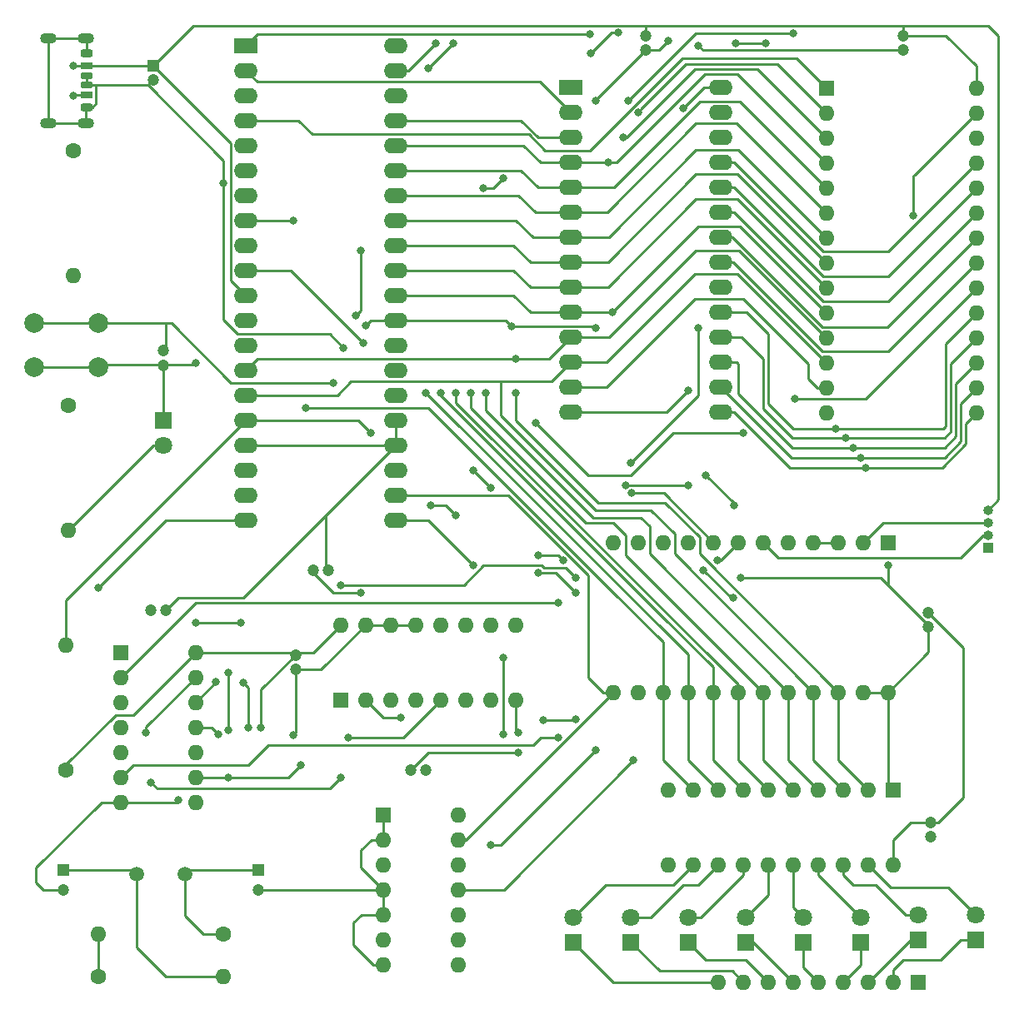
<source format=gtl>
%TF.GenerationSoftware,KiCad,Pcbnew,7.0.8*%
%TF.CreationDate,2023-10-09T18:20:10+02:00*%
%TF.ProjectId,Z80_SBC,5a38305f-5342-4432-9e6b-696361645f70,rev?*%
%TF.SameCoordinates,Original*%
%TF.FileFunction,Copper,L1,Top*%
%TF.FilePolarity,Positive*%
%FSLAX46Y46*%
G04 Gerber Fmt 4.6, Leading zero omitted, Abs format (unit mm)*
G04 Created by KiCad (PCBNEW 7.0.8) date 2023-10-09 18:20:10*
%MOMM*%
%LPD*%
G01*
G04 APERTURE LIST*
G04 Aperture macros list*
%AMRoundRect*
0 Rectangle with rounded corners*
0 $1 Rounding radius*
0 $2 $3 $4 $5 $6 $7 $8 $9 X,Y pos of 4 corners*
0 Add a 4 corners polygon primitive as box body*
4,1,4,$2,$3,$4,$5,$6,$7,$8,$9,$2,$3,0*
0 Add four circle primitives for the rounded corners*
1,1,$1+$1,$2,$3*
1,1,$1+$1,$4,$5*
1,1,$1+$1,$6,$7*
1,1,$1+$1,$8,$9*
0 Add four rect primitives between the rounded corners*
20,1,$1+$1,$2,$3,$4,$5,0*
20,1,$1+$1,$4,$5,$6,$7,0*
20,1,$1+$1,$6,$7,$8,$9,0*
20,1,$1+$1,$8,$9,$2,$3,0*%
G04 Aperture macros list end*
%TA.AperFunction,ComponentPad*%
%ADD10R,1.800000X1.800000*%
%TD*%
%TA.AperFunction,ComponentPad*%
%ADD11C,1.800000*%
%TD*%
%TA.AperFunction,ComponentPad*%
%ADD12C,1.600000*%
%TD*%
%TA.AperFunction,ComponentPad*%
%ADD13O,1.600000X1.600000*%
%TD*%
%TA.AperFunction,SMDPad,CuDef*%
%ADD14RoundRect,0.175000X-0.425000X0.175000X-0.425000X-0.175000X0.425000X-0.175000X0.425000X0.175000X0*%
%TD*%
%TA.AperFunction,SMDPad,CuDef*%
%ADD15RoundRect,0.190000X0.410000X-0.190000X0.410000X0.190000X-0.410000X0.190000X-0.410000X-0.190000X0*%
%TD*%
%TA.AperFunction,SMDPad,CuDef*%
%ADD16RoundRect,0.200000X0.400000X-0.200000X0.400000X0.200000X-0.400000X0.200000X-0.400000X-0.200000X0*%
%TD*%
%TA.AperFunction,SMDPad,CuDef*%
%ADD17RoundRect,0.175000X0.425000X-0.175000X0.425000X0.175000X-0.425000X0.175000X-0.425000X-0.175000X0*%
%TD*%
%TA.AperFunction,SMDPad,CuDef*%
%ADD18RoundRect,0.190000X-0.410000X0.190000X-0.410000X-0.190000X0.410000X-0.190000X0.410000X0.190000X0*%
%TD*%
%TA.AperFunction,SMDPad,CuDef*%
%ADD19RoundRect,0.200000X-0.400000X0.200000X-0.400000X-0.200000X0.400000X-0.200000X0.400000X0.200000X0*%
%TD*%
%TA.AperFunction,ComponentPad*%
%ADD20O,1.700000X1.100000*%
%TD*%
%TA.AperFunction,ComponentPad*%
%ADD21C,1.200000*%
%TD*%
%TA.AperFunction,ComponentPad*%
%ADD22R,2.400000X1.600000*%
%TD*%
%TA.AperFunction,ComponentPad*%
%ADD23O,2.400000X1.600000*%
%TD*%
%TA.AperFunction,ComponentPad*%
%ADD24R,1.600000X1.600000*%
%TD*%
%TA.AperFunction,ComponentPad*%
%ADD25R,1.200000X1.200000*%
%TD*%
%TA.AperFunction,ComponentPad*%
%ADD26R,1.000000X1.000000*%
%TD*%
%TA.AperFunction,ComponentPad*%
%ADD27O,1.000000X1.000000*%
%TD*%
%TA.AperFunction,ComponentPad*%
%ADD28C,1.500000*%
%TD*%
%TA.AperFunction,ComponentPad*%
%ADD29C,2.000000*%
%TD*%
%TA.AperFunction,ViaPad*%
%ADD30C,0.800000*%
%TD*%
%TA.AperFunction,Conductor*%
%ADD31C,0.250000*%
%TD*%
G04 APERTURE END LIST*
D10*
%TO.P,D8,1,K*%
%TO.N,Net-(D8-K)*%
X195306000Y-131059000D03*
D11*
%TO.P,D8,2,A*%
%TO.N,Net-(D8-A)*%
X195306000Y-128519000D03*
%TD*%
D10*
%TO.P,D7,1,K*%
%TO.N,Net-(D7-K)*%
X189464000Y-131059000D03*
D11*
%TO.P,D7,2,A*%
%TO.N,Net-(D7-A)*%
X189464000Y-128519000D03*
%TD*%
D12*
%TO.P,R4,1*%
%TO.N,5V*%
X102850000Y-113787000D03*
D13*
%TO.P,R4,2*%
%TO.N,~{INT}*%
X102850000Y-101087000D03*
%TD*%
D10*
%TO.P,D3,1,K*%
%TO.N,Net-(D3-K)*%
X166096000Y-131313000D03*
D11*
%TO.P,D3,2,A*%
%TO.N,Net-(D3-A)*%
X166096000Y-128773000D03*
%TD*%
D14*
%TO.P,J1,A5,CC1*%
%TO.N,GND*%
X104914000Y-43183000D03*
D15*
%TO.P,J1,A9,VBUS*%
%TO.N,5V*%
X104914000Y-45203000D03*
D16*
%TO.P,J1,A12,GND*%
%TO.N,GND*%
X104914000Y-46433000D03*
D17*
%TO.P,J1,B5,CC2*%
X104914000Y-44183000D03*
D18*
%TO.P,J1,B9,VBUS*%
%TO.N,5V*%
X104914000Y-42163000D03*
D19*
%TO.P,J1,B12,GND*%
%TO.N,GND*%
X104914000Y-40933000D03*
D20*
%TO.P,J1,S1,SHIELD*%
X104834000Y-39363000D03*
X101034000Y-39363000D03*
X104834000Y-48003000D03*
X101034000Y-48003000D03*
%TD*%
D12*
%TO.P,R5,1*%
%TO.N,5V*%
X103124000Y-76708000D03*
D13*
%TO.P,R5,2*%
%TO.N,Net-(D9-A)*%
X103124000Y-89408000D03*
%TD*%
D21*
%TO.P,C4,1*%
%TO.N,5V*%
X129516000Y-93472000D03*
%TO.P,C4,2*%
%TO.N,GND*%
X128016000Y-93472000D03*
%TD*%
D22*
%TO.P,U1,1,A11*%
%TO.N,/Address11*%
X121158000Y-40132000D03*
D23*
%TO.P,U1,2,A12*%
%TO.N,/Address12*%
X121158000Y-42672000D03*
%TO.P,U1,3,A13*%
%TO.N,A13*%
X121158000Y-45212000D03*
%TO.P,U1,4,A14*%
%TO.N,A14*%
X121158000Y-47752000D03*
%TO.P,U1,5,A15*%
%TO.N,/Address15*%
X121158000Y-50292000D03*
%TO.P,U1,6,~{CLK}*%
%TO.N,CLK*%
X121158000Y-52832000D03*
%TO.P,U1,7,D4*%
%TO.N,/Data4*%
X121158000Y-55372000D03*
%TO.P,U1,8,D3*%
%TO.N,/Data3*%
X121158000Y-57912000D03*
%TO.P,U1,9,D5*%
%TO.N,/Data5*%
X121158000Y-60452000D03*
%TO.P,U1,10,D6*%
%TO.N,/Data6*%
X121158000Y-62992000D03*
%TO.P,U1,11,VCC*%
%TO.N,5V*%
X121158000Y-65532000D03*
%TO.P,U1,12,D2*%
%TO.N,/Data2*%
X121158000Y-68072000D03*
%TO.P,U1,13,D7*%
%TO.N,/Data7*%
X121158000Y-70612000D03*
%TO.P,U1,14,D0*%
%TO.N,/Data0*%
X121158000Y-73152000D03*
%TO.P,U1,15,D1*%
%TO.N,/Data1*%
X121158000Y-75692000D03*
%TO.P,U1,16,~{INT}*%
%TO.N,~{INT}*%
X121158000Y-78232000D03*
%TO.P,U1,17,~{NMI}*%
%TO.N,5V*%
X121158000Y-80772000D03*
%TO.P,U1,18,~{HALT}*%
%TO.N,unconnected-(U1-~{HALT}-Pad18)*%
X121158000Y-83312000D03*
%TO.P,U1,19,~{MREQ}*%
%TO.N,~{MREQ}*%
X121158000Y-85852000D03*
%TO.P,U1,20,~{IORQ}*%
%TO.N,~{I{slash}O}*%
X121158000Y-88392000D03*
%TO.P,U1,21,~{RD}*%
%TO.N,~{RD}*%
X136398000Y-88392000D03*
%TO.P,U1,22,~{WR}*%
%TO.N,~{WR}*%
X136398000Y-85852000D03*
%TO.P,U1,23,~{BUSACK}*%
%TO.N,unconnected-(U1-~{BUSACK}-Pad23)*%
X136398000Y-83312000D03*
%TO.P,U1,24,~{WAIT}*%
%TO.N,5V*%
X136398000Y-80772000D03*
%TO.P,U1,25,~{BUSRQ}*%
X136398000Y-78232000D03*
%TO.P,U1,26,~{RESET}*%
%TO.N,Net-(U1-~{RESET})*%
X136398000Y-75692000D03*
%TO.P,U1,27,~{M1}*%
%TO.N,~{M1}*%
X136398000Y-73152000D03*
%TO.P,U1,28,~{RFSH}*%
%TO.N,unconnected-(U1-~{RFSH}-Pad28)*%
X136398000Y-70612000D03*
%TO.P,U1,29,GND*%
%TO.N,GND*%
X136398000Y-68072000D03*
%TO.P,U1,30,A0*%
%TO.N,A0*%
X136398000Y-65532000D03*
%TO.P,U1,31,A1*%
%TO.N,/Address1*%
X136398000Y-62992000D03*
%TO.P,U1,32,A2*%
%TO.N,/Address2*%
X136398000Y-60452000D03*
%TO.P,U1,33,A3*%
%TO.N,/Address3*%
X136398000Y-57912000D03*
%TO.P,U1,34,A4*%
%TO.N,/Address4*%
X136398000Y-55372000D03*
%TO.P,U1,35,A5*%
%TO.N,/Address5*%
X136398000Y-52832000D03*
%TO.P,U1,36,A6*%
%TO.N,A6*%
X136398000Y-50292000D03*
%TO.P,U1,37,A7*%
%TO.N,A7*%
X136398000Y-47752000D03*
%TO.P,U1,38,A8*%
%TO.N,/Address8*%
X136398000Y-45212000D03*
%TO.P,U1,39,A9*%
%TO.N,/Address9*%
X136398000Y-42672000D03*
%TO.P,U1,40,A10*%
%TO.N,/Address10*%
X136398000Y-40132000D03*
%TD*%
D24*
%TO.P,U4,1*%
%TO.N,/Address15*%
X108438000Y-101849000D03*
D13*
%TO.P,U4,2*%
%TO.N,Net-(U2-~{CS})*%
X108438000Y-104389000D03*
%TO.P,U4,3*%
%TO.N,~{I{slash}O}*%
X108438000Y-106929000D03*
%TO.P,U4,4*%
%TO.N,Net-(U6-E)*%
X108438000Y-109469000D03*
%TO.P,U4,5*%
%TO.N,Net-(U5A-O1)*%
X108438000Y-112009000D03*
%TO.P,U4,6*%
%TO.N,Net-(U7-Load)*%
X108438000Y-114549000D03*
%TO.P,U4,7,GND*%
%TO.N,GND*%
X108438000Y-117089000D03*
%TO.P,U4,8*%
%TO.N,unconnected-(U4-Pad8)*%
X116058000Y-117089000D03*
%TO.P,U4,9*%
%TO.N,GND*%
X116058000Y-114549000D03*
%TO.P,U4,10*%
%TO.N,Net-(R1-Pad1)*%
X116058000Y-112009000D03*
%TO.P,U4,11*%
%TO.N,Net-(C2-Pad1)*%
X116058000Y-109469000D03*
%TO.P,U4,12*%
%TO.N,CLK*%
X116058000Y-106929000D03*
%TO.P,U4,13*%
%TO.N,Net-(R1-Pad1)*%
X116058000Y-104389000D03*
%TO.P,U4,14,VCC*%
%TO.N,5V*%
X116058000Y-101849000D03*
%TD*%
D21*
%TO.P,C5,1*%
%TO.N,5V*%
X139424000Y-113787000D03*
%TO.P,C5,2*%
%TO.N,GND*%
X137924000Y-113787000D03*
%TD*%
D25*
%TO.P,C1,1*%
%TO.N,Net-(C1-Pad1)*%
X102596000Y-123975401D03*
D21*
%TO.P,C1,2*%
%TO.N,GND*%
X102596000Y-125975401D03*
%TD*%
%TO.P,C11,1*%
%TO.N,5V*%
X161798000Y-39128000D03*
%TO.P,C11,2*%
%TO.N,GND*%
X161798000Y-40628000D03*
%TD*%
D26*
%TO.P,J2,1,Pin_1*%
%TO.N,GND*%
X196576000Y-91181000D03*
D27*
%TO.P,J2,2,Pin_2*%
%TO.N,TX*%
X196576000Y-89911000D03*
%TO.P,J2,3,Pin_3*%
%TO.N,RX*%
X196576000Y-88641000D03*
%TO.P,J2,4,Pin_4*%
%TO.N,5V*%
X196576000Y-87371000D03*
%TD*%
D28*
%TO.P,Y1,1,1*%
%TO.N,Net-(C2-Pad1)*%
X114952000Y-124440000D03*
%TO.P,Y1,2,2*%
%TO.N,Net-(C1-Pad1)*%
X110052000Y-124440000D03*
%TD*%
D22*
%TO.P,U3,1,RDY/~{BSY}*%
%TO.N,unconnected-(U3-RDY{slash}~{BSY}-Pad1)*%
X154142000Y-44388000D03*
D23*
%TO.P,U3,2,A12*%
%TO.N,/Address12*%
X154142000Y-46928000D03*
%TO.P,U3,3,A7*%
%TO.N,A7*%
X154142000Y-49468000D03*
%TO.P,U3,4,A6*%
%TO.N,A6*%
X154142000Y-52008000D03*
%TO.P,U3,5,A5*%
%TO.N,/Address5*%
X154142000Y-54548000D03*
%TO.P,U3,6,A4*%
%TO.N,/Address4*%
X154142000Y-57088000D03*
%TO.P,U3,7,A3*%
%TO.N,/Address3*%
X154142000Y-59628000D03*
%TO.P,U3,8,A2*%
%TO.N,/Address2*%
X154142000Y-62168000D03*
%TO.P,U3,9,A1*%
%TO.N,/Address1*%
X154142000Y-64708000D03*
%TO.P,U3,10,A0*%
%TO.N,A0*%
X154142000Y-67248000D03*
%TO.P,U3,11,D0*%
%TO.N,/Data0*%
X154142000Y-69788000D03*
%TO.P,U3,12,D1*%
%TO.N,/Data1*%
X154142000Y-72328000D03*
%TO.P,U3,13,D2*%
%TO.N,/Data2*%
X154142000Y-74868000D03*
%TO.P,U3,14,GND*%
%TO.N,GND*%
X154142000Y-77408000D03*
%TO.P,U3,15,D3*%
%TO.N,/Data3*%
X169382000Y-77408000D03*
%TO.P,U3,16,D4*%
%TO.N,/Data4*%
X169382000Y-74868000D03*
%TO.P,U3,17,D5*%
%TO.N,/Data5*%
X169382000Y-72328000D03*
%TO.P,U3,18,D6*%
%TO.N,/Data6*%
X169382000Y-69788000D03*
%TO.P,U3,19,D7*%
%TO.N,/Data7*%
X169382000Y-67248000D03*
%TO.P,U3,20,~{CE}*%
%TO.N,ROM*%
X169382000Y-64708000D03*
%TO.P,U3,21,A10*%
%TO.N,/Address10*%
X169382000Y-62168000D03*
%TO.P,U3,22,~{OE}*%
%TO.N,~{MEMRD}*%
X169382000Y-59628000D03*
%TO.P,U3,23,A11*%
%TO.N,/Address11*%
X169382000Y-57088000D03*
%TO.P,U3,24,A9*%
%TO.N,/Address9*%
X169382000Y-54548000D03*
%TO.P,U3,25,A8*%
%TO.N,/Address8*%
X169382000Y-52008000D03*
%TO.P,U3,26,NC*%
%TO.N,unconnected-(U3-NC-Pad26)*%
X169382000Y-49468000D03*
%TO.P,U3,27,~{WE}*%
%TO.N,5V*%
X169382000Y-46928000D03*
%TO.P,U3,28,VCC*%
X169382000Y-44388000D03*
%TD*%
D10*
%TO.P,D2,1,K*%
%TO.N,Net-(D2-K)*%
X160254000Y-131313000D03*
D11*
%TO.P,D2,2,A*%
%TO.N,Net-(D2-A)*%
X160254000Y-128773000D03*
%TD*%
D24*
%TO.P,U8,1*%
%TO.N,GND*%
X135118000Y-118359000D03*
D13*
%TO.P,U8,2*%
X135118000Y-120899000D03*
%TO.P,U8,3*%
%TO.N,unconnected-(U8-Pad3)*%
X135118000Y-123439000D03*
%TO.P,U8,4*%
%TO.N,GND*%
X135118000Y-125979000D03*
%TO.P,U8,5*%
X135118000Y-128519000D03*
%TO.P,U8,6*%
%TO.N,unconnected-(U8-Pad6)*%
X135118000Y-131059000D03*
%TO.P,U8,7,GND*%
%TO.N,GND*%
X135118000Y-133599000D03*
%TO.P,U8,8*%
%TO.N,~{MEMRD}*%
X142738000Y-133599000D03*
%TO.P,U8,9*%
%TO.N,~{RD}*%
X142738000Y-131059000D03*
%TO.P,U8,10*%
%TO.N,~{MREQ}*%
X142738000Y-128519000D03*
%TO.P,U8,11*%
%TO.N,~{MEMWR}*%
X142738000Y-125979000D03*
%TO.P,U8,12*%
%TO.N,~{MREQ}*%
X142738000Y-123439000D03*
%TO.P,U8,13*%
%TO.N,~{WR}*%
X142738000Y-120899000D03*
%TO.P,U8,14,VCC*%
%TO.N,5V*%
X142738000Y-118359000D03*
%TD*%
D12*
%TO.P,R1,1*%
%TO.N,Net-(R1-Pad1)*%
X106152000Y-134854000D03*
D13*
%TO.P,R1,2*%
%TO.N,Net-(C1-Pad1)*%
X118852000Y-134854000D03*
%TD*%
D24*
%TO.P,RN1,1,common*%
%TO.N,GND*%
X189464000Y-135377000D03*
D13*
%TO.P,RN1,2,R1*%
%TO.N,Net-(D8-K)*%
X186924000Y-135377000D03*
%TO.P,RN1,3,R2*%
%TO.N,Net-(D7-K)*%
X184384000Y-135377000D03*
%TO.P,RN1,4,R3*%
%TO.N,Net-(D6-K)*%
X181844000Y-135377000D03*
%TO.P,RN1,5,R4*%
%TO.N,Net-(D5-K)*%
X179304000Y-135377000D03*
%TO.P,RN1,6,R5*%
%TO.N,Net-(D4-K)*%
X176764000Y-135377000D03*
%TO.P,RN1,7,R6*%
%TO.N,Net-(D3-K)*%
X174224000Y-135377000D03*
%TO.P,RN1,8,R7*%
%TO.N,Net-(D2-K)*%
X171684000Y-135377000D03*
%TO.P,RN1,9,R8*%
%TO.N,Net-(D1-K)*%
X169144000Y-135377000D03*
%TD*%
D25*
%TO.P,C3,1*%
%TO.N,5V*%
X111760000Y-42164000D03*
D21*
%TO.P,C3,2*%
%TO.N,GND*%
X111760000Y-43664000D03*
%TD*%
D29*
%TO.P,SW1,1,1*%
%TO.N,GND*%
X106120000Y-72862000D03*
X99620000Y-72862000D03*
%TO.P,SW1,2,2*%
%TO.N,Net-(U1-~{RESET})*%
X106120000Y-68362000D03*
X99620000Y-68362000D03*
%TD*%
D21*
%TO.P,C7,1*%
%TO.N,5V*%
X126218000Y-102115000D03*
%TO.P,C7,2*%
%TO.N,GND*%
X126218000Y-103615000D03*
%TD*%
D10*
%TO.P,D1,1,K*%
%TO.N,Net-(D1-K)*%
X154432000Y-131323000D03*
D11*
%TO.P,D1,2,A*%
%TO.N,Net-(D1-A)*%
X154432000Y-128783000D03*
%TD*%
D12*
%TO.P,R3,1*%
%TO.N,5V*%
X103632000Y-50800000D03*
D13*
%TO.P,R3,2*%
%TO.N,Net-(U1-~{RESET})*%
X103632000Y-63500000D03*
%TD*%
D24*
%TO.P,U6,1,VSS*%
%TO.N,GND*%
X186416000Y-90673000D03*
D13*
%TO.P,U6,2,Rx_Data*%
%TO.N,RX*%
X183876000Y-90673000D03*
%TO.P,U6,3,Rx_CLK*%
%TO.N,CLK*%
X181336000Y-90673000D03*
%TO.P,U6,4,Tx_CLK*%
X178796000Y-90673000D03*
%TO.P,U6,5,~{RTS}*%
%TO.N,unconnected-(U6-~{RTS}-Pad5)*%
X176256000Y-90673000D03*
%TO.P,U6,6,Tx_Data*%
%TO.N,TX*%
X173716000Y-90673000D03*
%TO.P,U6,7,~{IRQ}*%
%TO.N,~{INT}*%
X171176000Y-90673000D03*
%TO.P,U6,8,CS0*%
%TO.N,~{M1}*%
X168636000Y-90673000D03*
%TO.P,U6,9,CS2*%
%TO.N,A7*%
X166096000Y-90673000D03*
%TO.P,U6,10,CS1*%
%TO.N,A6*%
X163556000Y-90673000D03*
%TO.P,U6,11,RS*%
%TO.N,A0*%
X161016000Y-90673000D03*
%TO.P,U6,12,VCC*%
%TO.N,5V*%
X158476000Y-90673000D03*
%TO.P,U6,13,R/~{W}*%
%TO.N,~{WR}*%
X158476000Y-105913000D03*
%TO.P,U6,14,E*%
%TO.N,Net-(U6-E)*%
X161016000Y-105913000D03*
%TO.P,U6,15,D7*%
%TO.N,/Data7*%
X163556000Y-105913000D03*
%TO.P,U6,16,D6*%
%TO.N,/Data6*%
X166096000Y-105913000D03*
%TO.P,U6,17,D5*%
%TO.N,/Data5*%
X168636000Y-105913000D03*
%TO.P,U6,18,D4*%
%TO.N,/Data4*%
X171176000Y-105913000D03*
%TO.P,U6,19,D3*%
%TO.N,/Data3*%
X173716000Y-105913000D03*
%TO.P,U6,20,D2*%
%TO.N,/Data2*%
X176256000Y-105913000D03*
%TO.P,U6,21,D1*%
%TO.N,/Data1*%
X178796000Y-105913000D03*
%TO.P,U6,22,D0*%
%TO.N,/Data0*%
X181336000Y-105913000D03*
%TO.P,U6,23,~{DCD}*%
%TO.N,GND*%
X183876000Y-105913000D03*
%TO.P,U6,24,~{CTS}*%
X186416000Y-105913000D03*
%TD*%
D24*
%TO.P,U7,1,OE*%
%TO.N,GND*%
X186924000Y-115819000D03*
D13*
%TO.P,U7,2,D0*%
%TO.N,/Data0*%
X184384000Y-115819000D03*
%TO.P,U7,3,D1*%
%TO.N,/Data1*%
X181844000Y-115819000D03*
%TO.P,U7,4,D2*%
%TO.N,/Data2*%
X179304000Y-115819000D03*
%TO.P,U7,5,D3*%
%TO.N,/Data3*%
X176764000Y-115819000D03*
%TO.P,U7,6,D4*%
%TO.N,/Data4*%
X174224000Y-115819000D03*
%TO.P,U7,7,D5*%
%TO.N,/Data5*%
X171684000Y-115819000D03*
%TO.P,U7,8,D6*%
%TO.N,/Data6*%
X169144000Y-115819000D03*
%TO.P,U7,9,D7*%
%TO.N,/Data7*%
X166604000Y-115819000D03*
%TO.P,U7,10,GND*%
%TO.N,GND*%
X164064000Y-115819000D03*
%TO.P,U7,11,Load*%
%TO.N,Net-(U7-Load)*%
X164064000Y-123439000D03*
%TO.P,U7,12,Q7*%
%TO.N,Net-(D1-A)*%
X166604000Y-123439000D03*
%TO.P,U7,13,Q6*%
%TO.N,Net-(D2-A)*%
X169144000Y-123439000D03*
%TO.P,U7,14,Q5*%
%TO.N,Net-(D3-A)*%
X171684000Y-123439000D03*
%TO.P,U7,15,Q4*%
%TO.N,Net-(D4-A)*%
X174224000Y-123439000D03*
%TO.P,U7,16,Q3*%
%TO.N,Net-(D5-A)*%
X176764000Y-123439000D03*
%TO.P,U7,17,Q2*%
%TO.N,Net-(D6-A)*%
X179304000Y-123439000D03*
%TO.P,U7,18,Q1*%
%TO.N,Net-(D7-A)*%
X181844000Y-123439000D03*
%TO.P,U7,19,Q0*%
%TO.N,Net-(D8-A)*%
X184384000Y-123439000D03*
%TO.P,U7,20,VCC*%
%TO.N,5V*%
X186924000Y-123439000D03*
%TD*%
D24*
%TO.P,U5,1,E*%
%TO.N,/Address15*%
X130790000Y-106675000D03*
D13*
%TO.P,U5,2,A0*%
%TO.N,A13*%
X133330000Y-106675000D03*
%TO.P,U5,3,A1*%
%TO.N,A14*%
X135870000Y-106675000D03*
%TO.P,U5,4,O0*%
%TO.N,ROM*%
X138410000Y-106675000D03*
%TO.P,U5,5,O1*%
%TO.N,Net-(U5A-O1)*%
X140950000Y-106675000D03*
%TO.P,U5,6,O2*%
%TO.N,unconnected-(U5A-O2-Pad6)*%
X143490000Y-106675000D03*
%TO.P,U5,7,O3*%
%TO.N,unconnected-(U5A-O3-Pad7)*%
X146030000Y-106675000D03*
%TO.P,U5,8,GND*%
%TO.N,GND*%
X148570000Y-106675000D03*
%TO.P,U5,9,O3*%
%TO.N,unconnected-(U5B-O3-Pad9)*%
X148570000Y-99055000D03*
%TO.P,U5,10,O2*%
%TO.N,unconnected-(U5B-O2-Pad10)*%
X146030000Y-99055000D03*
%TO.P,U5,11,O1*%
%TO.N,unconnected-(U5B-O1-Pad11)*%
X143490000Y-99055000D03*
%TO.P,U5,12,O0*%
%TO.N,unconnected-(U5B-O0-Pad12)*%
X140950000Y-99055000D03*
%TO.P,U5,13,A1*%
%TO.N,GND*%
X138410000Y-99055000D03*
%TO.P,U5,14,A0*%
X135870000Y-99055000D03*
%TO.P,U5,15,E*%
X133330000Y-99055000D03*
%TO.P,U5,16,VCC*%
%TO.N,5V*%
X130790000Y-99055000D03*
%TD*%
D25*
%TO.P,C2,1*%
%TO.N,Net-(C2-Pad1)*%
X122408000Y-123975401D03*
D21*
%TO.P,C2,2*%
%TO.N,GND*%
X122408000Y-125975401D03*
%TD*%
%TO.P,C9,1*%
%TO.N,5V*%
X190754000Y-119126000D03*
%TO.P,C9,2*%
%TO.N,GND*%
X190754000Y-120626000D03*
%TD*%
D12*
%TO.P,R2,1*%
%TO.N,Net-(C2-Pad1)*%
X118852000Y-130536000D03*
D13*
%TO.P,R2,2*%
%TO.N,Net-(R1-Pad1)*%
X106152000Y-130536000D03*
%TD*%
D24*
%TO.P,U2,1,A14*%
%TO.N,A14*%
X180142000Y-44468000D03*
D13*
%TO.P,U2,2,A12*%
%TO.N,/Address12*%
X180142000Y-47008000D03*
%TO.P,U2,3,A7*%
%TO.N,A7*%
X180142000Y-49548000D03*
%TO.P,U2,4,A6*%
%TO.N,A6*%
X180142000Y-52088000D03*
%TO.P,U2,5,A5*%
%TO.N,/Address5*%
X180142000Y-54628000D03*
%TO.P,U2,6,A4*%
%TO.N,/Address4*%
X180142000Y-57168000D03*
%TO.P,U2,7,A3*%
%TO.N,/Address3*%
X180142000Y-59708000D03*
%TO.P,U2,8,A2*%
%TO.N,/Address2*%
X180142000Y-62248000D03*
%TO.P,U2,9,A1*%
%TO.N,/Address1*%
X180142000Y-64788000D03*
%TO.P,U2,10,A0*%
%TO.N,A0*%
X180142000Y-67328000D03*
%TO.P,U2,11,Q0*%
%TO.N,/Data0*%
X180142000Y-69868000D03*
%TO.P,U2,12,Q1*%
%TO.N,/Data1*%
X180142000Y-72408000D03*
%TO.P,U2,13,Q2*%
%TO.N,/Data2*%
X180142000Y-74948000D03*
%TO.P,U2,14,GND*%
%TO.N,GND*%
X180142000Y-77488000D03*
%TO.P,U2,15,Q3*%
%TO.N,/Data3*%
X195382000Y-77488000D03*
%TO.P,U2,16,Q4*%
%TO.N,/Data4*%
X195382000Y-74948000D03*
%TO.P,U2,17,Q5*%
%TO.N,/Data5*%
X195382000Y-72408000D03*
%TO.P,U2,18,Q6*%
%TO.N,/Data6*%
X195382000Y-69868000D03*
%TO.P,U2,19,Q7*%
%TO.N,/Data7*%
X195382000Y-67328000D03*
%TO.P,U2,20,~{CS}*%
%TO.N,Net-(U2-~{CS})*%
X195382000Y-64788000D03*
%TO.P,U2,21,A10*%
%TO.N,/Address10*%
X195382000Y-62248000D03*
%TO.P,U2,22,~{OE}*%
%TO.N,~{MEMRD}*%
X195382000Y-59708000D03*
%TO.P,U2,23,A11*%
%TO.N,/Address11*%
X195382000Y-57168000D03*
%TO.P,U2,24,A9*%
%TO.N,/Address9*%
X195382000Y-54628000D03*
%TO.P,U2,25,A8*%
%TO.N,/Address8*%
X195382000Y-52088000D03*
%TO.P,U2,26,A13*%
%TO.N,A13*%
X195382000Y-49548000D03*
%TO.P,U2,27,~{WE}*%
%TO.N,~{MEMWR}*%
X195382000Y-47008000D03*
%TO.P,U2,28,VCC*%
%TO.N,5V*%
X195382000Y-44468000D03*
%TD*%
D10*
%TO.P,D6,1,K*%
%TO.N,Net-(D6-K)*%
X183622000Y-131313000D03*
D11*
%TO.P,D6,2,A*%
%TO.N,Net-(D6-A)*%
X183622000Y-128773000D03*
%TD*%
D21*
%TO.P,C6,1*%
%TO.N,5V*%
X190500000Y-97802000D03*
%TO.P,C6,2*%
%TO.N,GND*%
X190500000Y-99302000D03*
%TD*%
%TO.P,C10,1*%
%TO.N,5V*%
X187960000Y-39116000D03*
%TO.P,C10,2*%
%TO.N,GND*%
X187960000Y-40616000D03*
%TD*%
%TO.P,C8,1*%
%TO.N,5V*%
X112998000Y-97536000D03*
%TO.P,C8,2*%
%TO.N,GND*%
X111498000Y-97536000D03*
%TD*%
%TO.P,C12,1*%
%TO.N,Net-(U1-~{RESET})*%
X112776000Y-71144000D03*
%TO.P,C12,2*%
%TO.N,GND*%
X112776000Y-72644000D03*
%TD*%
D10*
%TO.P,D5,1,K*%
%TO.N,Net-(D5-K)*%
X177780000Y-131313000D03*
D11*
%TO.P,D5,2,A*%
%TO.N,Net-(D5-A)*%
X177780000Y-128773000D03*
%TD*%
D10*
%TO.P,D9,1,K*%
%TO.N,GND*%
X112776000Y-78232000D03*
D11*
%TO.P,D9,2,A*%
%TO.N,Net-(D9-A)*%
X112776000Y-80772000D03*
%TD*%
D10*
%TO.P,D4,1,K*%
%TO.N,Net-(D4-K)*%
X171938000Y-131313000D03*
D11*
%TO.P,D4,2,A*%
%TO.N,Net-(D4-A)*%
X171938000Y-128773000D03*
%TD*%
D30*
%TO.N,5V*%
X103632000Y-42164000D03*
X154686000Y-94234000D03*
X122682000Y-109474000D03*
X103632000Y-45212000D03*
X130810000Y-94996000D03*
X165603701Y-46477701D03*
%TO.N,~{I{slash}O}*%
X106172000Y-95250000D03*
%TO.N,~{RD}*%
X147320000Y-102362000D03*
X147320000Y-110159500D03*
X144272000Y-92964000D03*
%TO.N,Net-(U1-~{RESET})*%
X130048000Y-74422000D03*
%TO.N,Net-(U6-E)*%
X151384000Y-108712000D03*
X154669201Y-108695201D03*
%TO.N,~{INT}*%
X150876000Y-93726000D03*
X139954000Y-86868000D03*
X133858000Y-79502000D03*
X142494000Y-87884000D03*
X169036500Y-92456000D03*
X154686000Y-95758000D03*
%TO.N,~{M1}*%
X153411701Y-92460299D03*
X150876000Y-91948000D03*
X144272000Y-83312000D03*
X146050000Y-85090000D03*
X160320424Y-85667636D03*
%TO.N,A0*%
X158387000Y-67248000D03*
%TO.N,/Data4*%
X183642000Y-82042000D03*
X142494000Y-75438000D03*
%TO.N,/Data3*%
X125984000Y-57912000D03*
X144018000Y-75438000D03*
X184150000Y-83058000D03*
%TO.N,/Data5*%
X140970000Y-75438000D03*
X182880000Y-81026000D03*
%TO.N,/Data6*%
X133096000Y-70358000D03*
X139446000Y-75438000D03*
X182118000Y-80010000D03*
%TO.N,/Data2*%
X132842000Y-60960000D03*
X132334000Y-67564000D03*
X145542000Y-75438000D03*
%TO.N,/Data7*%
X127254000Y-76962000D03*
X181102000Y-79116000D03*
%TO.N,/Data0*%
X148590000Y-72027000D03*
X148590000Y-75438000D03*
%TO.N,/Address11*%
X156101000Y-39007000D03*
%TO.N,/Address12*%
X160961701Y-46923701D03*
%TO.N,A13*%
X176784000Y-38862000D03*
X160020000Y-45720000D03*
X136906000Y-108458000D03*
%TO.N,A6*%
X157918000Y-52008000D03*
%TO.N,A7*%
X159437701Y-49463701D03*
%TO.N,/Address8*%
X139700000Y-42418000D03*
X142240000Y-39878000D03*
%TO.N,/Address9*%
X140462000Y-39878000D03*
%TO.N,/Address10*%
X159004000Y-38824500D03*
X173990000Y-39878000D03*
X156210000Y-40894000D03*
X170942000Y-39878000D03*
%TO.N,GND*%
X170676201Y-96277799D03*
X116078000Y-72390000D03*
X147320000Y-53594000D03*
X171450000Y-94234000D03*
X148165000Y-68663000D03*
X166116000Y-75184000D03*
X133350000Y-68580000D03*
X164084000Y-39624000D03*
X148844000Y-109982000D03*
X167640000Y-93472000D03*
X156718000Y-45720000D03*
X170725000Y-86905000D03*
X114300000Y-116840000D03*
X156718000Y-68834000D03*
X116078000Y-98806000D03*
X126746000Y-113284000D03*
X145288000Y-54610000D03*
X167894000Y-83820000D03*
X119380000Y-114554000D03*
X132842000Y-95758000D03*
X148844000Y-112014000D03*
X186436000Y-92964000D03*
X118867701Y-54097701D03*
X120650000Y-98806000D03*
X167132000Y-40132000D03*
X131064000Y-70866000D03*
X125984000Y-110236000D03*
%TO.N,Net-(U2-~{CS})*%
X152908000Y-96774000D03*
X159766000Y-84836000D03*
X176911000Y-76073000D03*
X166116000Y-84836000D03*
%TO.N,ROM*%
X171704000Y-79502000D03*
X150622000Y-78486000D03*
%TO.N,Net-(C2-Pad1)*%
X118364000Y-110159500D03*
%TO.N,Net-(R1-Pad1)*%
X110998000Y-109982000D03*
%TO.N,CLK*%
X118110000Y-104877000D03*
X156718000Y-111760000D03*
X146050000Y-121412000D03*
X120904000Y-104902000D03*
X121412000Y-109474000D03*
%TO.N,~{MREQ}*%
X119380000Y-103886000D03*
X119380000Y-109728000D03*
%TO.N,~{MEMRD}*%
X167132000Y-68834000D03*
X160274000Y-82550000D03*
%TO.N,~{MEMWR}*%
X188976000Y-57404000D03*
X160528000Y-112776000D03*
%TO.N,Net-(U5A-O1)*%
X131572000Y-110527500D03*
X130810000Y-114554000D03*
X111506000Y-115062000D03*
%TO.N,Net-(U7-Load)*%
X152870012Y-110494390D03*
%TD*%
D31*
%TO.N,5V*%
X197612000Y-86335000D02*
X196576000Y-87371000D01*
X111760000Y-42164000D02*
X119633000Y-50037000D01*
X165603701Y-46477701D02*
X167693402Y-44388000D01*
X104913000Y-42164000D02*
X104914000Y-42163000D01*
X153670000Y-93218000D02*
X151393305Y-93218000D01*
X111759000Y-42163000D02*
X111760000Y-42164000D01*
X194056000Y-116586000D02*
X194056000Y-101358000D01*
X161798000Y-39128000D02*
X161798000Y-38100000D01*
X103641000Y-45203000D02*
X103632000Y-45212000D01*
X187960000Y-39116000D02*
X187960000Y-38100000D01*
X187960000Y-38100000D02*
X196596000Y-38100000D01*
X119633000Y-64007000D02*
X121158000Y-65532000D01*
X116058000Y-101849000D02*
X127996000Y-101849000D01*
X167693402Y-44388000D02*
X169382000Y-44388000D01*
X104914000Y-45203000D02*
X103641000Y-45203000D01*
X122682000Y-109474000D02*
X122682000Y-105651000D01*
X195382000Y-42220000D02*
X192278000Y-39116000D01*
X102850000Y-113261561D02*
X102850000Y-113787000D01*
X114268000Y-96266000D02*
X112998000Y-97536000D01*
X129254000Y-87916000D02*
X136398000Y-80772000D01*
X136398000Y-78232000D02*
X136398000Y-80772000D01*
X122682000Y-105651000D02*
X126218000Y-102115000D01*
X192278000Y-39116000D02*
X187960000Y-39116000D01*
X196596000Y-38100000D02*
X197612000Y-39116000D01*
X107907561Y-108204000D02*
X102850000Y-113261561D01*
X190754000Y-119126000D02*
X188722000Y-119126000D01*
X115824000Y-38100000D02*
X161798000Y-38100000D01*
X190754000Y-119126000D02*
X191516000Y-119126000D01*
X127996000Y-101849000D02*
X130790000Y-99055000D01*
X136398000Y-80772000D02*
X121158000Y-80772000D01*
X103632000Y-42164000D02*
X104913000Y-42164000D01*
X165603701Y-46477701D02*
X165603701Y-46240897D01*
X197612000Y-39116000D02*
X197612000Y-86335000D01*
X161798000Y-38100000D02*
X187960000Y-38100000D01*
X194056000Y-101358000D02*
X190500000Y-97802000D01*
X154686000Y-94234000D02*
X153670000Y-93218000D01*
X188722000Y-119126000D02*
X186924000Y-120924000D01*
X145260305Y-93001000D02*
X143265305Y-94996000D01*
X120904000Y-96266000D02*
X114268000Y-96266000D01*
X151176305Y-93001000D02*
X145260305Y-93001000D01*
X109703000Y-108204000D02*
X107907561Y-108204000D01*
X151393305Y-93218000D02*
X151176305Y-93001000D01*
X111760000Y-42164000D02*
X115824000Y-38100000D01*
X119633000Y-50037000D02*
X119633000Y-64007000D01*
X129254000Y-93467000D02*
X129254000Y-87916000D01*
X116058000Y-101849000D02*
X109703000Y-108204000D01*
X186924000Y-120924000D02*
X186924000Y-123439000D01*
X143265305Y-94996000D02*
X130810000Y-94996000D01*
X191516000Y-119126000D02*
X194056000Y-116586000D01*
X195382000Y-44468000D02*
X195382000Y-42220000D01*
X136398000Y-80772000D02*
X120904000Y-96266000D01*
X104914000Y-42163000D02*
X111759000Y-42163000D01*
%TO.N,~{I{slash}O}*%
X113030000Y-88392000D02*
X121158000Y-88392000D01*
X106172000Y-95250000D02*
X113030000Y-88392000D01*
%TO.N,~{RD}*%
X144272000Y-92964000D02*
X139700000Y-88392000D01*
X147320000Y-110159500D02*
X147320000Y-102362000D01*
X139700000Y-88392000D02*
X136398000Y-88392000D01*
%TO.N,~{WR}*%
X147828000Y-85852000D02*
X155956000Y-93980000D01*
X158476000Y-105913000D02*
X143490000Y-120899000D01*
X143490000Y-120899000D02*
X142738000Y-120899000D01*
X157475000Y-105913000D02*
X158476000Y-105913000D01*
X136398000Y-85852000D02*
X147828000Y-85852000D01*
X155956000Y-93980000D02*
X155956000Y-104394000D01*
X155956000Y-104394000D02*
X157475000Y-105913000D01*
%TO.N,Net-(U1-~{RESET})*%
X113030000Y-68362000D02*
X106120000Y-68362000D01*
X113030000Y-68362000D02*
X113574000Y-68362000D01*
X113574000Y-68362000D02*
X119634000Y-74422000D01*
X119634000Y-74422000D02*
X130048000Y-74422000D01*
X113030000Y-71120000D02*
X113030000Y-68362000D01*
X106120000Y-68362000D02*
X99620000Y-68362000D01*
%TO.N,Net-(U6-E)*%
X154652402Y-108712000D02*
X154669201Y-108695201D01*
X151384000Y-108712000D02*
X154652402Y-108712000D01*
%TO.N,~{INT}*%
X102850000Y-101087000D02*
X102850000Y-96540000D01*
X154686000Y-95758000D02*
X152654000Y-93726000D01*
X102850000Y-96540000D02*
X121158000Y-78232000D01*
X141478000Y-86868000D02*
X139954000Y-86868000D01*
X169393000Y-92456000D02*
X171176000Y-90673000D01*
X152654000Y-93726000D02*
X150876000Y-93726000D01*
X132588000Y-78232000D02*
X133858000Y-79502000D01*
X169036500Y-92456000D02*
X169393000Y-92456000D01*
X121158000Y-78232000D02*
X132588000Y-78232000D01*
X142494000Y-87884000D02*
X141478000Y-86868000D01*
%TO.N,~{M1}*%
X144272000Y-83312000D02*
X146050000Y-85090000D01*
X160320424Y-85667636D02*
X163630636Y-85667636D01*
X150876000Y-91948000D02*
X152899402Y-91948000D01*
X163630636Y-85667636D02*
X168636000Y-90673000D01*
X152899402Y-91948000D02*
X153411701Y-92460299D01*
%TO.N,A0*%
X154142000Y-67248000D02*
X150052000Y-67248000D01*
X167132000Y-58503000D02*
X158387000Y-67248000D01*
X158387000Y-67248000D02*
X154142000Y-67248000D01*
X148336000Y-65532000D02*
X136398000Y-65532000D01*
X171317000Y-58503000D02*
X167132000Y-58503000D01*
X180142000Y-67328000D02*
X171317000Y-58503000D01*
X150052000Y-67248000D02*
X148336000Y-65532000D01*
%TO.N,/Data4*%
X171176000Y-105136000D02*
X142494000Y-76454000D01*
X171176000Y-112771000D02*
X174224000Y-115819000D01*
X193782000Y-80386000D02*
X193782000Y-76548000D01*
X169382000Y-74868000D02*
X176556000Y-82042000D01*
X176556000Y-82042000D02*
X183642000Y-82042000D01*
X171176000Y-105913000D02*
X171176000Y-105136000D01*
X142494000Y-76454000D02*
X142494000Y-75438000D01*
X171176000Y-105913000D02*
X171176000Y-112771000D01*
X193782000Y-76548000D02*
X195382000Y-74948000D01*
X183642000Y-82042000D02*
X192126000Y-82042000D01*
X192126000Y-82042000D02*
X193782000Y-80386000D01*
%TO.N,/Data3*%
X155702000Y-88646000D02*
X144018000Y-76962000D01*
X158496000Y-88646000D02*
X155702000Y-88646000D01*
X169382000Y-77704396D02*
X169382000Y-77408000D01*
X191872000Y-83058000D02*
X184150000Y-83058000D01*
X170738000Y-77408000D02*
X169382000Y-77408000D01*
X173716000Y-112771000D02*
X176764000Y-115819000D01*
X195382000Y-77488000D02*
X194290000Y-78580000D01*
X159766000Y-91963000D02*
X159766000Y-89916000D01*
X194290000Y-80640000D02*
X191872000Y-83058000D01*
X125984000Y-57912000D02*
X121158000Y-57912000D01*
X176388000Y-83058000D02*
X170738000Y-77408000D01*
X159766000Y-89916000D02*
X158496000Y-88646000D01*
X173716000Y-105913000D02*
X159766000Y-91963000D01*
X173716000Y-105913000D02*
X173716000Y-112771000D01*
X194290000Y-78580000D02*
X194290000Y-80640000D01*
X184150000Y-83058000D02*
X176388000Y-83058000D01*
X144018000Y-76962000D02*
X144018000Y-75438000D01*
%TO.N,/Data5*%
X168636000Y-112771000D02*
X171684000Y-115819000D01*
X195382000Y-72408000D02*
X193274000Y-74516000D01*
X182880000Y-81026000D02*
X176642000Y-81026000D01*
X140970000Y-75692000D02*
X140970000Y-75438000D01*
X168636000Y-103358000D02*
X163322000Y-98044000D01*
X170992000Y-72328000D02*
X169382000Y-72328000D01*
X192126000Y-81026000D02*
X182880000Y-81026000D01*
X176642000Y-81026000D02*
X171162000Y-75546000D01*
X163322000Y-98044000D02*
X140970000Y-75692000D01*
X171162000Y-72498000D02*
X170992000Y-72328000D01*
X171162000Y-75546000D02*
X171162000Y-72498000D01*
X168636000Y-105913000D02*
X168636000Y-112771000D01*
X168636000Y-105913000D02*
X168636000Y-103358000D01*
X193274000Y-79878000D02*
X192126000Y-81026000D01*
X193274000Y-74516000D02*
X193274000Y-79878000D01*
%TO.N,/Data6*%
X139446000Y-75438000D02*
X166096000Y-102088000D01*
X166096000Y-105913000D02*
X166096000Y-112771000D01*
X193020000Y-72230000D02*
X193020000Y-72258000D01*
X192766000Y-72512000D02*
X192766000Y-79370000D01*
X192766000Y-79370000D02*
X192126000Y-80010000D01*
X171500000Y-69788000D02*
X169382000Y-69788000D01*
X176642000Y-80010000D02*
X173716000Y-77084000D01*
X173716000Y-77084000D02*
X173716000Y-72004000D01*
X166096000Y-102088000D02*
X166096000Y-105913000D01*
X173716000Y-72004000D02*
X171500000Y-69788000D01*
X192126000Y-80010000D02*
X182118000Y-80010000D01*
X182118000Y-80010000D02*
X176642000Y-80010000D01*
X193020000Y-72258000D02*
X192766000Y-72512000D01*
X125730000Y-62992000D02*
X133096000Y-70358000D01*
X195382000Y-69868000D02*
X193020000Y-72230000D01*
X121158000Y-62992000D02*
X125730000Y-62992000D01*
X166096000Y-112771000D02*
X169144000Y-115819000D01*
%TO.N,/Data2*%
X145542000Y-77216000D02*
X145542000Y-75438000D01*
X132842000Y-60960000D02*
X132842000Y-67056000D01*
X178288000Y-74036000D02*
X179200000Y-74948000D01*
X161290000Y-88138000D02*
X156464000Y-88138000D01*
X171684000Y-65908000D02*
X178288000Y-72512000D01*
X178288000Y-72512000D02*
X178288000Y-74036000D01*
X156464000Y-88138000D02*
X145542000Y-77216000D01*
X179200000Y-74948000D02*
X180142000Y-74948000D01*
X176256000Y-112771000D02*
X179304000Y-115819000D01*
X157796000Y-74868000D02*
X166756000Y-65908000D01*
X162141000Y-91798000D02*
X162141000Y-88989000D01*
X166756000Y-65908000D02*
X166878000Y-65908000D01*
X176256000Y-105913000D02*
X176256000Y-112771000D01*
X166878000Y-65908000D02*
X171684000Y-65908000D01*
X154142000Y-74868000D02*
X157796000Y-74868000D01*
X176256000Y-105913000D02*
X162141000Y-91798000D01*
X132842000Y-67056000D02*
X132334000Y-67564000D01*
X162141000Y-88989000D02*
X161290000Y-88138000D01*
%TO.N,/Data7*%
X163556000Y-105913000D02*
X163556000Y-100818000D01*
X174224000Y-69464000D02*
X172008000Y-67248000D01*
X163556000Y-105913000D02*
X163556000Y-112771000D01*
X158242000Y-95504000D02*
X139700000Y-76962000D01*
X174224000Y-76576000D02*
X174224000Y-69464000D01*
X163556000Y-100818000D02*
X158242000Y-95504000D01*
X139700000Y-76962000D02*
X128524000Y-76962000D01*
X172008000Y-67248000D02*
X169382000Y-67248000D01*
X192004000Y-79116000D02*
X176764000Y-79116000D01*
X195382000Y-67328000D02*
X192258000Y-70452000D01*
X192258000Y-70452000D02*
X192258000Y-78862000D01*
X192258000Y-78862000D02*
X192004000Y-79116000D01*
X163556000Y-112771000D02*
X166604000Y-115819000D01*
X176764000Y-79116000D02*
X174224000Y-76576000D01*
X128524000Y-76962000D02*
X127254000Y-76962000D01*
%TO.N,/Data0*%
X154142000Y-69788000D02*
X158050000Y-69788000D01*
X122283000Y-72027000D02*
X148590000Y-72027000D01*
X171234000Y-60960000D02*
X180142000Y-69868000D01*
X148590000Y-78232000D02*
X148590000Y-75438000D01*
X181336000Y-105913000D02*
X167221000Y-91798000D01*
X166878000Y-60960000D02*
X171234000Y-60960000D01*
X158050000Y-69788000D02*
X166878000Y-60960000D01*
X156972000Y-86614000D02*
X148590000Y-78232000D01*
X151903000Y-72027000D02*
X154142000Y-69788000D01*
X148590000Y-72027000D02*
X151903000Y-72027000D01*
X181336000Y-105913000D02*
X181336000Y-112771000D01*
X163725439Y-86614000D02*
X156972000Y-86614000D01*
X167221000Y-90109561D02*
X163725439Y-86614000D01*
X167221000Y-91798000D02*
X167221000Y-90109561D01*
X121158000Y-73152000D02*
X122283000Y-72027000D01*
X181336000Y-112771000D02*
X184384000Y-115819000D01*
%TO.N,/Data1*%
X157796000Y-72328000D02*
X166756000Y-63368000D01*
X131826000Y-74277000D02*
X147066000Y-74277000D01*
X178796000Y-105913000D02*
X164681000Y-91798000D01*
X170668000Y-63368000D02*
X166878000Y-63368000D01*
X178796000Y-112771000D02*
X181844000Y-115819000D01*
X147066000Y-77724000D02*
X147066000Y-74277000D01*
X130411000Y-75692000D02*
X131826000Y-74277000D01*
X156718000Y-87376000D02*
X147066000Y-77724000D01*
X164681000Y-89751000D02*
X162306000Y-87376000D01*
X121158000Y-75692000D02*
X130411000Y-75692000D01*
X178796000Y-105913000D02*
X178796000Y-112771000D01*
X180142000Y-72408000D02*
X171102000Y-63368000D01*
X154142000Y-72328000D02*
X157796000Y-72328000D01*
X152193000Y-74277000D02*
X154142000Y-72328000D01*
X166756000Y-63368000D02*
X166878000Y-63368000D01*
X171102000Y-63368000D02*
X170668000Y-63368000D01*
X164681000Y-91798000D02*
X164681000Y-89751000D01*
X162306000Y-87376000D02*
X156718000Y-87376000D01*
X147066000Y-74277000D02*
X152193000Y-74277000D01*
%TO.N,/Address11*%
X121158000Y-40132000D02*
X122283000Y-39007000D01*
X186388000Y-66162000D02*
X179816061Y-66162000D01*
X195382000Y-57168000D02*
X186388000Y-66162000D01*
X122283000Y-39007000D02*
X156101000Y-39007000D01*
X170742061Y-57088000D02*
X169382000Y-57088000D01*
X179816061Y-66162000D02*
X170742061Y-57088000D01*
%TO.N,/Address12*%
X175166000Y-42032000D02*
X180142000Y-47008000D01*
X161351000Y-46543000D02*
X160970299Y-46923701D01*
X160970299Y-46923701D02*
X160961701Y-46923701D01*
X161351000Y-46543000D02*
X165862000Y-42032000D01*
X165862000Y-42032000D02*
X175166000Y-42032000D01*
X122283000Y-43797000D02*
X151011000Y-43797000D01*
X121158000Y-42672000D02*
X122283000Y-43797000D01*
X160966000Y-46928000D02*
X161351000Y-46543000D01*
X151011000Y-43797000D02*
X154142000Y-46928000D01*
%TO.N,A13*%
X136906000Y-108458000D02*
X135113000Y-108458000D01*
X166878000Y-38862000D02*
X160020000Y-45720000D01*
X176784000Y-38862000D02*
X166878000Y-38862000D01*
X135113000Y-108458000D02*
X133330000Y-106675000D01*
%TO.N,A14*%
X177076000Y-41402000D02*
X180142000Y-44468000D01*
X121158000Y-47752000D02*
X126492000Y-47752000D01*
X156060097Y-50800000D02*
X165458097Y-41402000D01*
X149876604Y-49167000D02*
X151509604Y-50800000D01*
X127907000Y-49167000D02*
X149876604Y-49167000D01*
X151509604Y-50800000D02*
X156060097Y-50800000D01*
X165458097Y-41402000D02*
X177076000Y-41402000D01*
X126492000Y-47752000D02*
X127907000Y-49167000D01*
%TO.N,A6*%
X154142000Y-52008000D02*
X151068000Y-52008000D01*
X151068000Y-52008000D02*
X149352000Y-50292000D01*
X171102000Y-43048000D02*
X180142000Y-52088000D01*
X167772000Y-43048000D02*
X171102000Y-43048000D01*
X149352000Y-50292000D02*
X136398000Y-50292000D01*
X154142000Y-52008000D02*
X157918000Y-52008000D01*
X158812000Y-52008000D02*
X167772000Y-43048000D01*
X157918000Y-52008000D02*
X158812000Y-52008000D01*
%TO.N,/Address1*%
X171102000Y-55748000D02*
X166878000Y-55748000D01*
X157918000Y-64708000D02*
X166878000Y-55748000D01*
X148336000Y-62992000D02*
X136398000Y-62992000D01*
X180142000Y-64788000D02*
X171102000Y-55748000D01*
X154142000Y-64708000D02*
X157918000Y-64708000D01*
X150052000Y-64708000D02*
X148336000Y-62992000D01*
X154142000Y-64708000D02*
X150052000Y-64708000D01*
%TO.N,/Address2*%
X154142000Y-62168000D02*
X157918000Y-62168000D01*
X148336000Y-60452000D02*
X150052000Y-62168000D01*
X136398000Y-60452000D02*
X148336000Y-60452000D01*
X166878000Y-53208000D02*
X171102000Y-53208000D01*
X150052000Y-62168000D02*
X154142000Y-62168000D01*
X171102000Y-53208000D02*
X180142000Y-62248000D01*
X157918000Y-62168000D02*
X166878000Y-53208000D01*
%TO.N,/Address3*%
X171176000Y-50742000D02*
X180142000Y-59708000D01*
X157992000Y-59628000D02*
X166878000Y-50742000D01*
X171176000Y-50742000D02*
X166878000Y-50742000D01*
X154142000Y-59628000D02*
X157992000Y-59628000D01*
X154142000Y-59628000D02*
X150306000Y-59628000D01*
X148590000Y-57912000D02*
X136398000Y-57912000D01*
X150306000Y-59628000D02*
X148590000Y-57912000D01*
%TO.N,/Address4*%
X154142000Y-57088000D02*
X150560000Y-57088000D01*
X171027000Y-48053000D02*
X166878000Y-48053000D01*
X157843000Y-57088000D02*
X166878000Y-48053000D01*
X180142000Y-57168000D02*
X171027000Y-48053000D01*
X148844000Y-55372000D02*
X136398000Y-55372000D01*
X150560000Y-57088000D02*
X148844000Y-55372000D01*
X154142000Y-57088000D02*
X157843000Y-57088000D01*
%TO.N,/Address5*%
X158558000Y-54548000D02*
X167303000Y-45803000D01*
X154142000Y-54548000D02*
X158558000Y-54548000D01*
X167640000Y-45803000D02*
X171317000Y-45803000D01*
X149098000Y-52832000D02*
X136398000Y-52832000D01*
X171317000Y-45803000D02*
X180142000Y-54628000D01*
X154142000Y-54548000D02*
X150814000Y-54548000D01*
X150814000Y-54548000D02*
X149098000Y-52832000D01*
X167303000Y-45803000D02*
X167640000Y-45803000D01*
%TO.N,A7*%
X165354000Y-43942000D02*
X166756000Y-42540000D01*
X166756000Y-42540000D02*
X173134000Y-42540000D01*
X149098000Y-47752000D02*
X136398000Y-47752000D01*
X173134000Y-42540000D02*
X180142000Y-49548000D01*
X150814000Y-49468000D02*
X149098000Y-47752000D01*
X159442000Y-49468000D02*
X159828000Y-49468000D01*
X154142000Y-49468000D02*
X150814000Y-49468000D01*
X159828000Y-49468000D02*
X165354000Y-43942000D01*
%TO.N,Net-(D1-A)*%
X164572000Y-125471000D02*
X157714000Y-125471000D01*
X157714000Y-125471000D02*
X154412000Y-128773000D01*
X166604000Y-123439000D02*
X164572000Y-125471000D01*
%TO.N,/Address8*%
X170738000Y-52008000D02*
X179812000Y-61082000D01*
X169382000Y-52008000D02*
X170858122Y-52008000D01*
X179812000Y-61082000D02*
X186416000Y-61082000D01*
X169382000Y-52008000D02*
X170738000Y-52008000D01*
X187432000Y-60038000D02*
X195382000Y-52088000D01*
X187432000Y-60038000D02*
X187432000Y-60066000D01*
X142240000Y-39878000D02*
X139700000Y-42418000D01*
X187432000Y-60066000D02*
X186416000Y-61082000D01*
%TO.N,/Address9*%
X170742061Y-54548000D02*
X179816061Y-63622000D01*
X169382000Y-54548000D02*
X170742061Y-54548000D01*
X186388000Y-63622000D02*
X195382000Y-54628000D01*
X179816061Y-63622000D02*
X186388000Y-63622000D01*
X137668000Y-42672000D02*
X140462000Y-39878000D01*
X136398000Y-42672000D02*
X137668000Y-42672000D01*
%TO.N,/Address10*%
X156210000Y-40894000D02*
X158279500Y-38824500D01*
X186388000Y-71242000D02*
X179689061Y-71242000D01*
X158279500Y-38824500D02*
X159004000Y-38824500D01*
X170942000Y-39878000D02*
X173990000Y-39878000D01*
X179689061Y-71242000D02*
X170615061Y-62168000D01*
X195382000Y-62248000D02*
X186388000Y-71242000D01*
X170615061Y-62168000D02*
X169382000Y-62168000D01*
%TO.N,GND*%
X101034000Y-48003000D02*
X104834000Y-48003000D01*
X126218000Y-103615000D02*
X128770000Y-103615000D01*
X148570000Y-109708000D02*
X148570000Y-106675000D01*
X163892000Y-77408000D02*
X166116000Y-75184000D01*
X132842000Y-121920000D02*
X133863000Y-120899000D01*
X161798000Y-40628000D02*
X156718000Y-45708000D01*
X104834000Y-48003000D02*
X104834000Y-46513000D01*
X104834000Y-46513000D02*
X104914000Y-46433000D01*
X105918000Y-46029000D02*
X105918000Y-44183000D01*
X132080000Y-131572000D02*
X132080000Y-129286000D01*
X105514000Y-46433000D02*
X105918000Y-46029000D01*
X119380000Y-114554000D02*
X119375000Y-114549000D01*
X104834000Y-39363000D02*
X101034000Y-39363000D01*
X163080000Y-40628000D02*
X161798000Y-40628000D01*
X108438000Y-117089000D02*
X106431000Y-117089000D01*
X119380000Y-114554000D02*
X125476000Y-114554000D01*
X170725000Y-86651000D02*
X170725000Y-86905000D01*
X135118000Y-125979000D02*
X122411599Y-125979000D01*
X132080000Y-129286000D02*
X132847000Y-128519000D01*
X133858000Y-68072000D02*
X133350000Y-68580000D01*
X136398000Y-68072000D02*
X133858000Y-68072000D01*
X100575401Y-125975401D02*
X102596000Y-125975401D01*
X104914000Y-44183000D02*
X105918000Y-44183000D01*
X132842000Y-123703000D02*
X132842000Y-121920000D01*
X104914000Y-40933000D02*
X104914000Y-39443000D01*
X111241000Y-44183000D02*
X111760000Y-43664000D01*
X148165000Y-68663000D02*
X156547000Y-68663000D01*
X105918000Y-44183000D02*
X111241000Y-44183000D01*
X186416000Y-105913000D02*
X186416000Y-115311000D01*
X190500000Y-99302000D02*
X190500000Y-99110148D01*
X125476000Y-114554000D02*
X126746000Y-113284000D01*
X112776000Y-72874000D02*
X113030000Y-72620000D01*
X132847000Y-128519000D02*
X135118000Y-128519000D01*
X135870000Y-99055000D02*
X133330000Y-99055000D01*
X146304000Y-54610000D02*
X147320000Y-53594000D01*
X114051000Y-117089000D02*
X114300000Y-116840000D01*
X106362000Y-72620000D02*
X106120000Y-72862000D01*
X134107000Y-133599000D02*
X132080000Y-131572000D01*
X136398000Y-68072000D02*
X147574000Y-68072000D01*
X128770000Y-103615000D02*
X133330000Y-99055000D01*
X129685000Y-69487000D02*
X131064000Y-70866000D01*
X135118000Y-133599000D02*
X134107000Y-133599000D01*
X113030000Y-72620000D02*
X106362000Y-72620000D01*
X170445799Y-96277799D02*
X170676201Y-96277799D01*
X156718000Y-45708000D02*
X156718000Y-45720000D01*
X135118000Y-128519000D02*
X135118000Y-125979000D01*
X138410000Y-99055000D02*
X135870000Y-99055000D01*
X99822000Y-125222000D02*
X100575401Y-125975401D01*
X190500000Y-99110148D02*
X186436000Y-95046148D01*
X120299122Y-69487000D02*
X129685000Y-69487000D01*
X187960000Y-40616000D02*
X167616000Y-40616000D01*
X104914000Y-39443000D02*
X104834000Y-39363000D01*
X101034000Y-39363000D02*
X101034000Y-48003000D01*
X137924000Y-113787000D02*
X139697000Y-112014000D01*
X122411599Y-125979000D02*
X122408000Y-125975401D01*
X186436000Y-95046148D02*
X186436000Y-92964000D01*
X186416000Y-105913000D02*
X183876000Y-105913000D01*
X167616000Y-40616000D02*
X167132000Y-40132000D01*
X133863000Y-120899000D02*
X135118000Y-120899000D01*
X190500000Y-99302000D02*
X190500000Y-101829000D01*
X164084000Y-39624000D02*
X163080000Y-40628000D01*
X113030000Y-72620000D02*
X115848000Y-72620000D01*
X104914000Y-44183000D02*
X104914000Y-43183000D01*
X190500000Y-101829000D02*
X186416000Y-105913000D01*
X156547000Y-68663000D02*
X156718000Y-68834000D01*
X125984000Y-110236000D02*
X126218000Y-110002000D01*
X126218000Y-110002000D02*
X126218000Y-103615000D01*
X185623852Y-94234000D02*
X186436000Y-95046148D01*
X145288000Y-54610000D02*
X146304000Y-54610000D01*
X119375000Y-114549000D02*
X116058000Y-114549000D01*
X118872000Y-51814000D02*
X118872000Y-68059878D01*
X104914000Y-46433000D02*
X105514000Y-46433000D01*
X120650000Y-98806000D02*
X116078000Y-98806000D01*
X167640000Y-93472000D02*
X170445799Y-96277799D01*
X154142000Y-77408000D02*
X163892000Y-77408000D01*
X112776000Y-78232000D02*
X112776000Y-72874000D01*
X135118000Y-125979000D02*
X132842000Y-123703000D01*
X108438000Y-117089000D02*
X114051000Y-117089000D01*
X148844000Y-109982000D02*
X148570000Y-109708000D01*
X99822000Y-123698000D02*
X99822000Y-125222000D01*
X130045000Y-95758000D02*
X127754000Y-93467000D01*
X135118000Y-118359000D02*
X135118000Y-120899000D01*
X167894000Y-83820000D02*
X170725000Y-86651000D01*
X147574000Y-68072000D02*
X148165000Y-68663000D01*
X111241000Y-44183000D02*
X118872000Y-51814000D01*
X106431000Y-117089000D02*
X99822000Y-123698000D01*
X115848000Y-72620000D02*
X116078000Y-72390000D01*
X132842000Y-95758000D02*
X130045000Y-95758000D01*
X171450000Y-94234000D02*
X185623852Y-94234000D01*
X186416000Y-115311000D02*
X186924000Y-115819000D01*
X139697000Y-112014000D02*
X148844000Y-112014000D01*
X118872000Y-68059878D02*
X120299122Y-69487000D01*
X106120000Y-72862000D02*
X99620000Y-72862000D01*
%TO.N,Net-(D2-A)*%
X162286000Y-128773000D02*
X160254000Y-128773000D01*
X165588000Y-125471000D02*
X162286000Y-128773000D01*
X167112000Y-125471000D02*
X165588000Y-125471000D01*
X169144000Y-123439000D02*
X167112000Y-125471000D01*
%TO.N,Net-(D3-A)*%
X167366000Y-128773000D02*
X171684000Y-124455000D01*
X166096000Y-128773000D02*
X167366000Y-128773000D01*
X171684000Y-124455000D02*
X171684000Y-123439000D01*
%TO.N,Net-(U2-~{CS})*%
X152908000Y-96774000D02*
X116053000Y-96774000D01*
X116053000Y-96774000D02*
X108438000Y-104389000D01*
X195382000Y-64788000D02*
X184097000Y-76073000D01*
X184097000Y-76073000D02*
X176911000Y-76073000D01*
X159766000Y-84836000D02*
X166116000Y-84836000D01*
X176784000Y-76200000D02*
X176911000Y-76073000D01*
%TO.N,ROM*%
X171704000Y-79502000D02*
X164592000Y-79502000D01*
X164592000Y-79502000D02*
X160274000Y-83820000D01*
X160274000Y-83820000D02*
X155956000Y-83820000D01*
X155956000Y-83820000D02*
X150622000Y-78486000D01*
%TO.N,Net-(C1-Pad1)*%
X110052000Y-131896000D02*
X113010000Y-134854000D01*
X110052000Y-124440000D02*
X110052000Y-131896000D01*
X102596000Y-123975401D02*
X109587401Y-123975401D01*
X109587401Y-123975401D02*
X110052000Y-124440000D01*
X113010000Y-134854000D02*
X118852000Y-134854000D01*
%TO.N,Net-(C2-Pad1)*%
X116820000Y-130536000D02*
X118852000Y-130536000D01*
X117673500Y-109469000D02*
X116058000Y-109469000D01*
X114952000Y-124440000D02*
X114952000Y-128668000D01*
X122408000Y-123975401D02*
X115416599Y-123975401D01*
X114952000Y-128668000D02*
X116820000Y-130536000D01*
X115416599Y-123975401D02*
X114952000Y-124440000D01*
X118364000Y-110159500D02*
X117673500Y-109469000D01*
%TO.N,Net-(R1-Pad1)*%
X110998000Y-109449000D02*
X110998000Y-109982000D01*
X106152000Y-134854000D02*
X106152000Y-130536000D01*
X116058000Y-104389000D02*
X110998000Y-109449000D01*
%TO.N,CLK*%
X178796000Y-90673000D02*
X181336000Y-90673000D01*
X118110000Y-104877000D02*
X116058000Y-106929000D01*
X121412000Y-109474000D02*
X121412000Y-105410000D01*
X121412000Y-105410000D02*
X120904000Y-104902000D01*
X147066000Y-121412000D02*
X146050000Y-121412000D01*
X156718000Y-111760000D02*
X147066000Y-121412000D01*
%TO.N,Net-(D4-A)*%
X174224000Y-126487000D02*
X174224000Y-123439000D01*
X171938000Y-128773000D02*
X174224000Y-126487000D01*
%TO.N,Net-(D5-A)*%
X177780000Y-128773000D02*
X176764000Y-127757000D01*
X176764000Y-127757000D02*
X176764000Y-123439000D01*
%TO.N,Net-(D6-A)*%
X183622000Y-128773000D02*
X179304000Y-124455000D01*
X179304000Y-124455000D02*
X179304000Y-123439000D01*
%TO.N,Net-(D7-A)*%
X181844000Y-124455000D02*
X181844000Y-123439000D01*
X185146000Y-125471000D02*
X182860000Y-125471000D01*
X182860000Y-125471000D02*
X181844000Y-124455000D01*
X189464000Y-128519000D02*
X188194000Y-128519000D01*
X188194000Y-128519000D02*
X185146000Y-125471000D01*
%TO.N,Net-(D8-A)*%
X192512000Y-125725000D02*
X186670000Y-125725000D01*
X195306000Y-128519000D02*
X192512000Y-125725000D01*
X186670000Y-125725000D02*
X184384000Y-123439000D01*
%TO.N,~{MREQ}*%
X119380000Y-103886000D02*
X119380000Y-109728000D01*
%TO.N,~{MEMRD}*%
X195382000Y-59708000D02*
X186347000Y-68743000D01*
X167132000Y-75692000D02*
X160274000Y-82550000D01*
X167132000Y-68834000D02*
X167132000Y-75692000D01*
X186347000Y-68743000D02*
X179697000Y-68743000D01*
X179697000Y-68743000D02*
X170582000Y-59628000D01*
X170582000Y-59628000D02*
X169382000Y-59628000D01*
%TO.N,~{MEMWR}*%
X147325000Y-125979000D02*
X142738000Y-125979000D01*
X188976000Y-53414000D02*
X189140000Y-53250000D01*
X188976000Y-57404000D02*
X188976000Y-53414000D01*
X195382000Y-47008000D02*
X189140000Y-53250000D01*
X160528000Y-112776000D02*
X147325000Y-125979000D01*
%TO.N,Net-(U5A-O1)*%
X140950000Y-106675000D02*
X137097500Y-110527500D01*
X111506000Y-115062000D02*
X112118000Y-115674000D01*
X129690000Y-115674000D02*
X130810000Y-114554000D01*
X137097500Y-110527500D02*
X131572000Y-110527500D01*
X112118000Y-115674000D02*
X129690000Y-115674000D01*
%TO.N,Net-(U7-Load)*%
X151130000Y-110490000D02*
X152865622Y-110490000D01*
X123444000Y-111252000D02*
X150368000Y-111252000D01*
X109703000Y-113284000D02*
X121412000Y-113284000D01*
X121412000Y-113284000D02*
X123444000Y-111252000D01*
X150368000Y-111252000D02*
X151130000Y-110490000D01*
X152865622Y-110490000D02*
X152870012Y-110494390D01*
X108438000Y-114549000D02*
X109703000Y-113284000D01*
%TO.N,Net-(D1-K)*%
X158476000Y-135377000D02*
X169144000Y-135377000D01*
X154412000Y-131313000D02*
X158476000Y-135377000D01*
%TO.N,Net-(D2-K)*%
X170559000Y-134252000D02*
X171684000Y-135377000D01*
X160254000Y-131313000D02*
X163193000Y-134252000D01*
X163193000Y-134252000D02*
X170559000Y-134252000D01*
%TO.N,Net-(D3-K)*%
X167874000Y-133091000D02*
X171938000Y-133091000D01*
X171938000Y-133091000D02*
X174224000Y-135377000D01*
X166096000Y-131313000D02*
X167874000Y-133091000D01*
%TO.N,Net-(D4-K)*%
X171938000Y-131313000D02*
X172700000Y-131313000D01*
X172700000Y-131313000D02*
X176764000Y-135377000D01*
%TO.N,Net-(D5-K)*%
X177780000Y-133853000D02*
X179304000Y-135377000D01*
X177780000Y-131313000D02*
X177780000Y-133853000D01*
%TO.N,Net-(D6-K)*%
X183622000Y-133599000D02*
X181844000Y-135377000D01*
X183622000Y-131313000D02*
X183622000Y-133599000D01*
%TO.N,Net-(D7-K)*%
X189464000Y-131059000D02*
X188702000Y-131059000D01*
X188702000Y-131059000D02*
X184384000Y-135377000D01*
%TO.N,Net-(D8-K)*%
X187940000Y-133091000D02*
X186924000Y-134107000D01*
X191750000Y-133091000D02*
X187940000Y-133091000D01*
X193782000Y-131059000D02*
X191750000Y-133091000D01*
X186924000Y-134107000D02*
X186924000Y-135377000D01*
X195306000Y-131059000D02*
X193782000Y-131059000D01*
%TO.N,TX*%
X196076000Y-89911000D02*
X196576000Y-89911000D01*
X193785000Y-92202000D02*
X196076000Y-89911000D01*
X175245000Y-92202000D02*
X193785000Y-92202000D01*
X173716000Y-90673000D02*
X175245000Y-92202000D01*
%TO.N,RX*%
X183876000Y-90673000D02*
X185908000Y-88641000D01*
X185908000Y-88641000D02*
X196576000Y-88641000D01*
%TO.N,Net-(D9-A)*%
X111760000Y-80772000D02*
X103124000Y-89408000D01*
X112776000Y-80772000D02*
X111760000Y-80772000D01*
%TD*%
M02*

</source>
